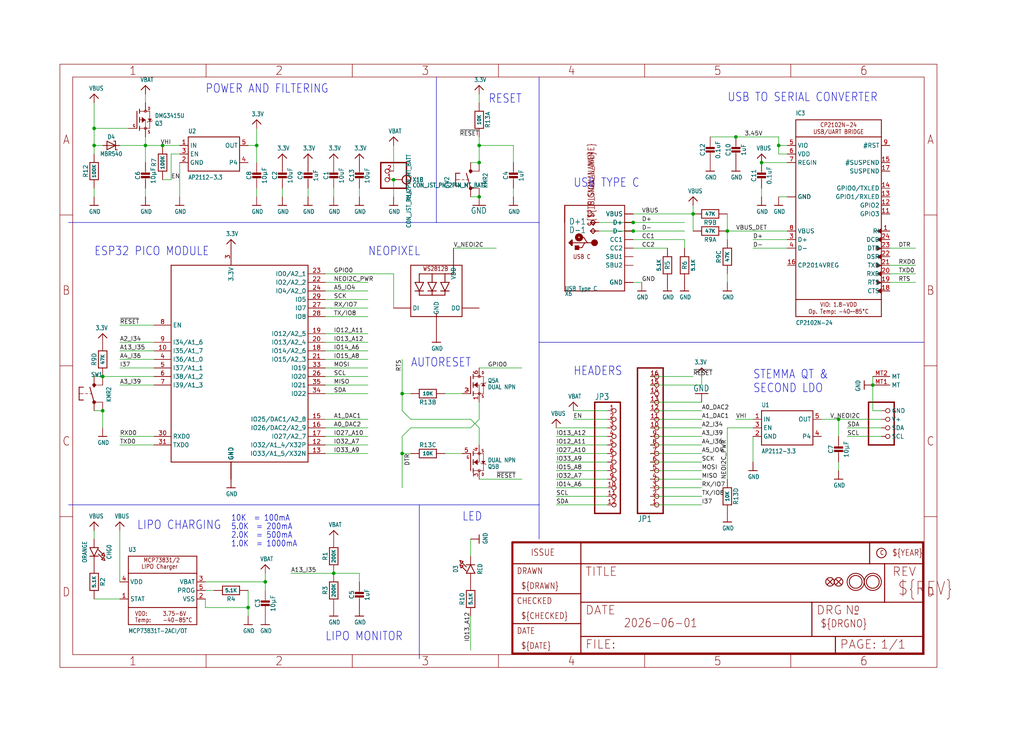
<source format=kicad_sch>
(kicad_sch (version 20230121) (generator eeschema)
  (paper "User" 303.962 217.322)
  (junction (at 142.24 48.26))
  (junction (at 48.26 43.18))
  (junction (at 27.94 43.18))
  (junction (at 30.48 121.92))
  (junction (at 248.92 124.46))
  (junction (at 30.48 111.76))
  (junction (at 142.24 58.42))
  (junction (at 205.74 63.5))
  (junction (at 187.96 66.04))
  (junction (at 99.06 170.18))
  (junction (at 119.38 116.84))
  (junction (at 76.2 43.18))
  (junction (at 187.96 68.58))
  (junction (at 116.84 53.34))
  (junction (at 119.38 134.62))
  (junction (at 231.14 43.18))
  (junction (at 259.08 114.3))
  (junction (at 73.66 180.34))
  (junction (at 43.18 43.18))
  (junction (at 78.74 172.72))
  (junction (at 226.06 48.26))
  (junction (at 142.24 43.18))
  (junction (at 215.9 68.58))
  (junction (at 27.94 38.1))
  (junction (at 218.44 40.64))
  (wire (pts (xy 99.06 58.42) (xy 99.06 55.88)) (stroke (width 0.1524)))
  (wire (pts (xy 187.96 73.66) (xy 198.12 73.66)) (stroke (width 0.1524)))
  (wire (pts (xy 116.84 58.42) (xy 116.84 53.34)) (stroke (width 0.1524)))
  (wire (pts (xy 142.24 27.94) (xy 142.24 30.48)) (stroke (width 0.1524)))
  (wire (pts (xy 45.72 129.54) (xy 35.56 129.54)) (stroke (width 0.1524)))
  (wire (pts (xy 142.24 119.38) (xy 142.24 124.46)) (stroke (width 0.1524)))
  (wire (pts (xy 223.52 129.54) (xy 223.52 137.16)) (stroke (width 0.1524)))
  (wire (pts (xy 261.62 124.46) (xy 248.92 124.46)) (stroke (width 0.1524)))
  (wire (pts (xy 142.24 40.64) (xy 142.24 43.18)) (stroke (width 0.1524)))
  (wire (pts (xy 83.82 55.88) (xy 83.82 58.42)) (stroke (width 0.1524)))
  (wire (pts (xy 35.56 114.3) (xy 45.72 114.3)) (stroke (width 0.1524)))
  (wire (pts (xy 165.1 149.86) (xy 180.34 149.86)) (stroke (width 0.1524)))
  (wire (pts (xy 27.94 177.8) (xy 35.56 177.8)) (stroke (width 0.1524)))
  (wire (pts (xy 259.08 114.3) (xy 259.08 111.76)) (stroke (width 0.1524)))
  (wire (pts (xy 96.52 104.14) (xy 109.22 104.14)) (stroke (width 0.1524)))
  (wire (pts (xy 96.52 129.54) (xy 109.22 129.54)) (stroke (width 0.1524)))
  (wire (pts (xy 27.94 157.48) (xy 27.94 160.02)) (stroke (width 0.1524)))
  (wire (pts (xy 119.38 134.62) (xy 121.92 134.62)) (stroke (width 0.1524)))
  (wire (pts (xy 43.18 43.18) (xy 43.18 48.26)) (stroke (width 0.1524)))
  (wire (pts (xy 119.38 121.92) (xy 119.38 116.84)) (stroke (width 0.1524)))
  (wire (pts (xy 142.24 109.22) (xy 154.94 109.22)) (stroke (width 0.1524)))
  (wire (pts (xy 96.52 83.82) (xy 109.22 83.82)) (stroke (width 0.1524)))
  (wire (pts (xy 109.22 93.98) (xy 96.52 93.98)) (stroke (width 0.1524)))
  (wire (pts (xy 203.2 71.12) (xy 203.2 73.66)) (stroke (width 0.1524)))
  (wire (pts (xy 271.78 83.82) (xy 264.16 83.82)) (stroke (width 0.1524)))
  (wire (pts (xy 271.78 81.28) (xy 264.16 81.28)) (stroke (width 0.1524)))
  (wire (pts (xy 30.48 43.18) (xy 27.94 43.18)) (stroke (width 0.1524)))
  (wire (pts (xy 45.72 106.68) (xy 35.56 106.68)) (stroke (width 0.1524)))
  (wire (pts (xy 165.1 142.24) (xy 180.34 142.24)) (stroke (width 0.1524)))
  (wire (pts (xy 96.52 127) (xy 109.22 127)) (stroke (width 0.1524)))
  (polyline (pts (xy 160.02 66.04) (xy 160.02 22.86)) (stroke (width 0.1524) (type solid)))
  (wire (pts (xy 193.04 127) (xy 208.28 127)) (stroke (width 0.1524)))
  (wire (pts (xy 152.4 58.42) (xy 152.4 55.88)) (stroke (width 0.1524)))
  (wire (pts (xy 193.04 119.38) (xy 208.28 119.38)) (stroke (width 0.1524)))
  (wire (pts (xy 78.74 172.72) (xy 78.74 170.18)) (stroke (width 0.1524)))
  (wire (pts (xy 215.9 83.82) (xy 215.9 81.28)) (stroke (width 0.1524)))
  (wire (pts (xy 193.04 134.62) (xy 208.28 134.62)) (stroke (width 0.1524)))
  (wire (pts (xy 203.2 66.04) (xy 187.96 66.04)) (stroke (width 0.1524)))
  (wire (pts (xy 152.4 48.26) (xy 152.4 43.18)) (stroke (width 0.1524)))
  (wire (pts (xy 96.52 114.3) (xy 109.22 114.3)) (stroke (width 0.1524)))
  (wire (pts (xy 106.68 170.18) (xy 106.68 172.72)) (stroke (width 0.1524)))
  (wire (pts (xy 30.48 111.76) (xy 27.94 111.76)) (stroke (width 0.1524)))
  (wire (pts (xy 96.52 101.6) (xy 109.22 101.6)) (stroke (width 0.1524)))
  (wire (pts (xy 233.68 58.42) (xy 231.14 58.42)) (stroke (width 0.1524)))
  (wire (pts (xy 190.5 83.82) (xy 187.96 83.82)) (stroke (width 0.1524)))
  (wire (pts (xy 208.28 114.3) (xy 193.04 114.3)) (stroke (width 0.1524)))
  (wire (pts (xy 142.24 127) (xy 139.7 124.46)) (stroke (width 0.1524)))
  (wire (pts (xy 35.56 132.08) (xy 45.72 132.08)) (stroke (width 0.1524)))
  (wire (pts (xy 96.52 124.46) (xy 109.22 124.46)) (stroke (width 0.1524)))
  (wire (pts (xy 76.2 55.88) (xy 76.2 58.42)) (stroke (width 0.1524)))
  (wire (pts (xy 121.92 124.46) (xy 119.38 121.92)) (stroke (width 0.1524)))
  (wire (pts (xy 223.52 124.46) (xy 218.44 124.46)) (stroke (width 0.1524)))
  (polyline (pts (xy 124.46 149.86) (xy 124.46 195.58)) (stroke (width 0.1524) (type solid)))
  (wire (pts (xy 215.9 68.58) (xy 215.9 71.12)) (stroke (width 0.1524)))
  (wire (pts (xy 99.06 170.18) (xy 86.36 170.18)) (stroke (width 0.1524)))
  (wire (pts (xy 170.18 121.92) (xy 180.34 121.92)) (stroke (width 0.1524)))
  (polyline (pts (xy 160.02 66.04) (xy 129.54 66.04)) (stroke (width 0.1524) (type solid)))
  (wire (pts (xy 121.92 127) (xy 119.38 129.54)) (stroke (width 0.1524)))
  (polyline (pts (xy 160.02 101.6) (xy 160.02 66.04)) (stroke (width 0.1524) (type solid)))
  (wire (pts (xy 264.16 78.74) (xy 271.78 78.74)) (stroke (width 0.1524)))
  (wire (pts (xy 142.24 43.18) (xy 142.24 48.26)) (stroke (width 0.1524)))
  (wire (pts (xy 259.08 121.92) (xy 259.08 114.3)) (stroke (width 0.1524)))
  (wire (pts (xy 142.24 48.26) (xy 139.7 48.26)) (stroke (width 0.1524)))
  (wire (pts (xy 27.94 58.42) (xy 27.94 55.88)) (stroke (width 0.1524)))
  (wire (pts (xy 73.66 43.18) (xy 76.2 43.18)) (stroke (width 0.1524)))
  (wire (pts (xy 165.1 139.7) (xy 180.34 139.7)) (stroke (width 0.1524)))
  (wire (pts (xy 60.96 177.8) (xy 60.96 180.34)) (stroke (width 0.1524)))
  (wire (pts (xy 231.14 40.64) (xy 231.14 43.18)) (stroke (width 0.1524)))
  (wire (pts (xy 223.52 73.66) (xy 233.68 73.66)) (stroke (width 0.1524)))
  (polyline (pts (xy 160.02 160.02) (xy 160.02 149.86)) (stroke (width 0.1524) (type solid)))
  (wire (pts (xy 142.24 124.46) (xy 139.7 127)) (stroke (width 0.1524)))
  (wire (pts (xy 45.72 109.22) (xy 35.56 109.22)) (stroke (width 0.1524)))
  (wire (pts (xy 48.26 53.34) (xy 50.8 53.34)) (stroke (width 0.1524)))
  (wire (pts (xy 35.56 104.14) (xy 45.72 104.14)) (stroke (width 0.1524)))
  (wire (pts (xy 27.94 121.92) (xy 30.48 121.92)) (stroke (width 0.1524)))
  (wire (pts (xy 187.96 66.04) (xy 177.8 66.04)) (stroke (width 0.1524)))
  (wire (pts (xy 243.84 124.46) (xy 248.92 124.46)) (stroke (width 0.1524)))
  (wire (pts (xy 53.34 43.18) (xy 48.26 43.18)) (stroke (width 0.1524)))
  (wire (pts (xy 180.34 147.32) (xy 165.1 147.32)) (stroke (width 0.1524)))
  (wire (pts (xy 142.24 132.08) (xy 142.24 127)) (stroke (width 0.1524)))
  (wire (pts (xy 208.28 147.32) (xy 193.04 147.32)) (stroke (width 0.1524)))
  (wire (pts (xy 35.56 172.72) (xy 35.56 157.48)) (stroke (width 0.1524)))
  (wire (pts (xy 43.18 55.88) (xy 43.18 58.42)) (stroke (width 0.1524)))
  (wire (pts (xy 205.74 63.5) (xy 187.96 63.5)) (stroke (width 0.1524)))
  (wire (pts (xy 96.52 99.06) (xy 109.22 99.06)) (stroke (width 0.1524)))
  (wire (pts (xy 53.34 48.26) (xy 53.34 58.42)) (stroke (width 0.1524)))
  (wire (pts (xy 218.44 40.64) (xy 231.14 40.64)) (stroke (width 0.1524)))
  (wire (pts (xy 96.52 91.44) (xy 109.22 91.44)) (stroke (width 0.1524)))
  (wire (pts (xy 96.52 106.68) (xy 109.22 106.68)) (stroke (width 0.1524)))
  (wire (pts (xy 96.52 88.9) (xy 109.22 88.9)) (stroke (width 0.1524)))
  (wire (pts (xy 180.34 144.78) (xy 165.1 144.78)) (stroke (width 0.1524)))
  (wire (pts (xy 170.18 124.46) (xy 180.34 124.46)) (stroke (width 0.1524)))
  (wire (pts (xy 43.18 27.94) (xy 43.18 30.48)) (stroke (width 0.1524)))
  (wire (pts (xy 193.04 121.92) (xy 208.28 121.92)) (stroke (width 0.1524)))
  (wire (pts (xy 203.2 68.58) (xy 187.96 68.58)) (stroke (width 0.1524)))
  (wire (pts (xy 50.8 45.72) (xy 53.34 45.72)) (stroke (width 0.1524)))
  (polyline (pts (xy 160.02 149.86) (xy 124.46 149.86)) (stroke (width 0.1524) (type solid)))
  (wire (pts (xy 60.96 175.26) (xy 63.5 175.26)) (stroke (width 0.1524)))
  (wire (pts (xy 137.16 134.62) (xy 132.08 134.62)) (stroke (width 0.1524)))
  (wire (pts (xy 208.28 111.76) (xy 208.28 114.3)) (stroke (width 0.1524)))
  (wire (pts (xy 132.08 116.84) (xy 137.16 116.84)) (stroke (width 0.1524)))
  (wire (pts (xy 45.72 96.52) (xy 35.56 96.52)) (stroke (width 0.1524)))
  (wire (pts (xy 223.52 71.12) (xy 233.68 71.12)) (stroke (width 0.1524)))
  (wire (pts (xy 233.68 48.26) (xy 226.06 48.26)) (stroke (width 0.1524)))
  (wire (pts (xy 215.9 127) (xy 215.9 142.24)) (stroke (width 0.1524)))
  (wire (pts (xy 193.04 137.16) (xy 208.28 137.16)) (stroke (width 0.1524)))
  (wire (pts (xy 35.56 101.6) (xy 45.72 101.6)) (stroke (width 0.1524)))
  (polyline (pts (xy 160.02 149.86) (xy 160.02 101.6)) (stroke (width 0.1524) (type solid)))
  (wire (pts (xy 116.84 91.44) (xy 116.84 81.28)) (stroke (width 0.1524)))
  (wire (pts (xy 259.08 121.92) (xy 261.62 121.92)) (stroke (width 0.1524)))
  (wire (pts (xy 223.52 127) (xy 215.9 127)) (stroke (width 0.1524)))
  (wire (pts (xy 119.38 129.54) (xy 119.38 134.62)) (stroke (width 0.1524)))
  (wire (pts (xy 139.7 124.46) (xy 121.92 124.46)) (stroke (width 0.1524)))
  (wire (pts (xy 261.62 127) (xy 251.46 127)) (stroke (width 0.1524)))
  (wire (pts (xy 218.44 40.64) (xy 210.82 40.64)) (stroke (width 0.1524)))
  (wire (pts (xy 248.92 129.54) (xy 248.92 124.46)) (stroke (width 0.1524)))
  (polyline (pts (xy 129.54 66.04) (xy 129.54 22.86)) (stroke (width 0.1524) (type solid)))
  (wire (pts (xy 180.34 134.62) (xy 165.1 134.62)) (stroke (width 0.1524)))
  (wire (pts (xy 193.04 132.08) (xy 208.28 132.08)) (stroke (width 0.1524)))
  (wire (pts (xy 96.52 116.84) (xy 109.22 116.84)) (stroke (width 0.1524)))
  (wire (pts (xy 231.14 43.18) (xy 231.14 45.72)) (stroke (width 0.1524)))
  (polyline (pts (xy 274.32 101.6) (xy 160.02 101.6)) (stroke (width 0.1524) (type solid)))
  (wire (pts (xy 142.24 43.18) (xy 152.4 43.18)) (stroke (width 0.1524)))
  (wire (pts (xy 45.72 111.76) (xy 30.48 111.76)) (stroke (width 0.1524)))
  (wire (pts (xy 116.84 43.18) (xy 116.84 50.8)) (stroke (width 0.1524)))
  (wire (pts (xy 91.44 58.42) (xy 91.44 55.88)) (stroke (width 0.1524)))
  (wire (pts (xy 76.2 48.26) (xy 76.2 43.18)) (stroke (width 0.1524)))
  (wire (pts (xy 27.94 38.1) (xy 27.94 30.48)) (stroke (width 0.1524)))
  (wire (pts (xy 205.74 63.5) (xy 205.74 60.96)) (stroke (width 0.1524)))
  (wire (pts (xy 43.18 40.64) (xy 43.18 43.18)) (stroke (width 0.1524)))
  (wire (pts (xy 96.52 134.62) (xy 109.22 134.62)) (stroke (width 0.1524)))
  (wire (pts (xy 226.06 55.88) (xy 226.06 58.42)) (stroke (width 0.1524)))
  (wire (pts (xy 30.48 121.92) (xy 30.48 127)) (stroke (width 0.1524)))
  (wire (pts (xy 38.1 38.1) (xy 27.94 38.1)) (stroke (width 0.1524)))
  (polyline (pts (xy 124.46 149.86) (xy 20.32 149.86)) (stroke (width 0.1524) (type solid)))
  (wire (pts (xy 73.66 180.34) (xy 73.66 182.88)) (stroke (width 0.1524)))
  (wire (pts (xy 193.04 111.76) (xy 205.74 111.76)) (stroke (width 0.1524)))
  (wire (pts (xy 60.96 172.72) (xy 78.74 172.72)) (stroke (width 0.1524)))
  (wire (pts (xy 109.22 109.22) (xy 96.52 109.22)) (stroke (width 0.1524)))
  (wire (pts (xy 233.68 68.58) (xy 215.9 68.58)) (stroke (width 0.1524)))
  (wire (pts (xy 48.26 43.18) (xy 43.18 43.18)) (stroke (width 0.1524)))
  (wire (pts (xy 35.56 43.18) (xy 43.18 43.18)) (stroke (width 0.1524)))
  (wire (pts (xy 208.28 142.24) (xy 193.04 142.24)) (stroke (width 0.1524)))
  (wire (pts (xy 154.94 142.24) (xy 142.24 142.24)) (stroke (width 0.1524)))
  (wire (pts (xy 50.8 53.34) (xy 50.8 45.72)) (stroke (width 0.1524)))
  (wire (pts (xy 119.38 134.62) (xy 119.38 144.78)) (stroke (width 0.1524)))
  (wire (pts (xy 73.66 175.26) (xy 73.66 180.34)) (stroke (width 0.1524)))
  (wire (pts (xy 96.52 86.36) (xy 109.22 86.36)) (stroke (width 0.1524)))
  (wire (pts (xy 27.94 45.72) (xy 27.94 43.18)) (stroke (width 0.1524)))
  (wire (pts (xy 139.7 127) (xy 121.92 127)) (stroke (width 0.1524)))
  (wire (pts (xy 78.74 175.26) (xy 78.74 172.72)) (stroke (width 0.1524)))
  (wire (pts (xy 193.04 124.46) (xy 208.28 124.46)) (stroke (width 0.1524)))
  (wire (pts (xy 180.34 127) (xy 165.1 127)) (stroke (width 0.1524)))
  (polyline (pts (xy 20.32 66.04) (xy 129.54 66.04)) (stroke (width 0.1524) (type solid)))
  (wire (pts (xy 139.7 182.88) (xy 139.7 193.04)) (stroke (width 0.1524)))
  (wire (pts (xy 99.06 170.18) (xy 106.68 170.18)) (stroke (width 0.1524)))
  (wire (pts (xy 119.38 106.68) (xy 119.38 116.84)) (stroke (width 0.1524)))
  (wire (pts (xy 187.96 71.12) (xy 203.2 71.12)) (stroke (width 0.1524)))
  (wire (pts (xy 205.74 63.5) (xy 205.74 68.58)) (stroke (width 0.1524)))
  (wire (pts (xy 251.46 129.54) (xy 261.62 129.54)) (stroke (width 0.1524)))
  (wire (pts (xy 139.7 58.42) (xy 142.24 58.42)) (stroke (width 0.1524)))
  (wire (pts (xy 76.2 43.18) (xy 76.2 38.1)) (stroke (width 0.1524)))
  (wire (pts (xy 215.9 63.5) (xy 215.9 68.58)) (stroke (width 0.1524)))
  (wire (pts (xy 264.16 73.66) (xy 271.78 73.66)) (stroke (width 0.1524)))
  (wire (pts (xy 106.68 58.42) (xy 106.68 55.88)) (stroke (width 0.1524)))
  (wire (pts (xy 193.04 149.86) (xy 208.28 149.86)) (stroke (width 0.1524)))
  (wire (pts (xy 233.68 45.72) (xy 231.14 45.72)) (stroke (width 0.1524)))
  (wire (pts (xy 96.52 111.76) (xy 109.22 111.76)) (stroke (width 0.1524)))
  (wire (pts (xy 248.92 137.16) (xy 248.92 139.7)) (stroke (width 0.1524)))
  (wire (pts (xy 134.62 73.66) (xy 147.32 73.66)) (stroke (width 0.1524)))
  (wire (pts (xy 60.96 180.34) (xy 73.66 180.34)) (stroke (width 0.1524)))
  (wire (pts (xy 96.52 132.08) (xy 109.22 132.08)) (stroke (width 0.1524)))
  (wire (pts (xy 119.38 116.84) (xy 121.92 116.84)) (stroke (width 0.1524)))
  (wire (pts (xy 27.94 43.18) (xy 27.94 38.1)) (stroke (width 0.1524)))
  (wire (pts (xy 180.34 129.54) (xy 165.1 129.54)) (stroke (width 0.1524)))
  (wire (pts (xy 96.52 81.28) (xy 116.84 81.28)) (stroke (width 0.1524)))
  (wire (pts (xy 187.96 68.58) (xy 177.8 68.58)) (stroke (width 0.1524)))
  (wire (pts (xy 233.68 43.18) (xy 231.14 43.18)) (stroke (width 0.1524)))
  (wire (pts (xy 165.1 137.16) (xy 180.34 137.16)) (stroke (width 0.1524)))
  (wire (pts (xy 193.04 139.7) (xy 208.28 139.7)) (stroke (width 0.1524)))
  (wire (pts (xy 165.1 132.08) (xy 180.34 132.08)) (stroke (width 0.1524)))
  (wire (pts (xy 208.28 129.54) (xy 193.04 129.54)) (stroke (width 0.1524)))
  (wire (pts (xy 193.04 144.78) (xy 208.28 144.78)) (stroke (width 0.1524)))
  (wire (pts (xy 139.7 165.1) (xy 139.7 160.02)) (stroke (width 0.1524)))
  (text "LIPO CHARGING" (at 40.64 157.48 0) (effects (font (size 2.54 2.159)) (justify left bottom)))
  (text "HEADERS" (at 170.18 111.76 0) (effects (font (size 2.54 2.159)) (justify left bottom)))
  (text "RESET" (at 154.94 27.94 0) (effects (font (size 2.54 2.159)) (justify right top)))
  (text "ESP32 PICO MODULE" (at 27.94 76.2 0) (effects (font (size 2.54 2.159)) (justify left bottom)))
  (text "2.0K  = 500mA" (at 68.58 160.02 0) (effects (font (size 1.778 1.5113)) (justify left bottom)))
  (text "USB TO SERIAL CONVERTER" (at 215.9 30.48 0) (effects (font (size 2.54 2.159)) (justify left bottom)))
  (text "AUTORESET" (at 121.92 109.22 0) (effects (font (size 2.54 2.159)) (justify left bottom)))
  (text "LED" (at 137.16 154.94 0) (effects (font (size 2.54 2.159)) (justify left bottom)))
  (text "10K  = 100mA" (at 68.58 154.94 0) (effects (font (size 1.778 1.5113)) (justify left bottom)))
  (text "LIPO MONITOR" (at 96.52 190.5 0) (effects (font (size 2.54 2.159)) (justify left bottom)))
  (text "NEOPIXEL" (at 109.22 76.2 0) (effects (font (size 2.54 2.159)) (justify left bottom)))
  (text "1.0K  = 1000mA" (at 68.58 162.56 0) (effects (font (size 1.778 1.5113)) (justify left bottom)))
  (text "STEMMA QT &\nSECOND LDO" (at 223.52 116.84 0) (effects (font (size 2.54 2.159)) (justify left bottom)))
  (text "POWER AND FILTERING" (at 60.96 27.94 0) (effects (font (size 2.54 2.159)) (justify left bottom)))
  (text "USB TYPE C" (at 170.18 55.88 0) (effects (font (size 2.54 2.159)) (justify left bottom)))
  (text "5.0K  = 200mA" (at 68.58 157.48 0) (effects (font (size 1.778 1.5113)) (justify left bottom)))
  (label "~{RESET}" (at 35.56 96.52 0) (effects (font (size 1.2446 1.2446))))
  (label "~{RESET}" (at 147.32 142.24 0) (effects (font (size 1.2446 1.2446))))
  (label "A5_IO4" (at 99.06 86.36 0) (effects (font (size 1.2446 1.2446))))
  (label "IO13_A12" (at 99.06 101.6 0) (effects (font (size 1.2446 1.2446))))
  (label "V_NEOI2C" (at 246.38 124.46 0) (effects (font (size 1.2446 1.2446))))
  (label "IO14_A6" (at 99.06 104.14 0) (effects (font (size 1.2446 1.2446))))
  (label "GPIO0" (at 144.78 109.22 0) (effects (font (size 1.2446 1.2446))))
  (label "A1_DAC1" (at 99.06 124.46 0) (effects (font (size 1.2446 1.2446))))
  (label "SCL" (at 99.06 111.76 0) (effects (font (size 1.2446 1.2446))))
  (label "IO33_A9" (at 99.06 134.62 0) (effects (font (size 1.2446 1.2446))))
  (label "SCL" (at 251.46 129.54 0) (effects (font (size 1.2446 1.2446))))
  (label "SCK" (at 99.06 88.9 0) (effects (font (size 1.2446 1.2446))))
  (label "GND" (at 190.5 83.82 0) (effects (font (size 1.2446 1.2446))))
  (label "TXD0" (at 35.56 132.08 0) (effects (font (size 1.2446 1.2446))))
  (label "SCK" (at 208.28 137.16 0) (effects (font (size 1.2446 1.2446))))
  (label "RTS" (at 266.7 83.82 0) (effects (font (size 1.2446 1.2446))))
  (label "MISO" (at 208.28 142.24 0) (effects (font (size 1.2446 1.2446))))
  (label "IO32_A7" (at 165.1 142.24 0) (effects (font (size 1.2446 1.2446))))
  (label "EN" (at 170.18 124.46 0) (effects (font (size 1.2446 1.2446))))
  (label "A13_I35" (at 86.36 170.18 0) (effects (font (size 1.2446 1.2446))))
  (label "RX/IO7" (at 208.28 144.78 0) (effects (font (size 1.2446 1.2446))))
  (label "VBUS_DET" (at 218.44 68.58 0) (effects (font (size 1.2446 1.2446))))
  (label "A2_I34" (at 208.28 127 0) (effects (font (size 1.2446 1.2446))))
  (label "IO12_A11" (at 99.06 99.06 0) (effects (font (size 1.2446 1.2446))))
  (label "EN" (at 50.8 53.34 0) (effects (font (size 1.2446 1.2446))))
  (label "3.45V" (at 220.98 40.64 0) (effects (font (size 1.2446 1.2446))))
  (label "IO14_A6" (at 165.1 144.78 0) (effects (font (size 1.2446 1.2446))))
  (label "RX/IO7" (at 99.06 91.44 0) (effects (font (size 1.2446 1.2446))))
  (label "SCL" (at 165.1 147.32 0) (effects (font (size 1.2446 1.2446))))
  (label "A13_I35" (at 35.56 104.14 0) (effects (font (size 1.2446 1.2446))))
  (label "IO13_A12" (at 165.1 129.54 0) (effects (font (size 1.2446 1.2446))))
  (label "NEOI2C_PWR" (at 99.06 83.82 0) (effects (font (size 1.2446 1.2446))))
  (label "IO27_A10" (at 165.1 134.62 0) (effects (font (size 1.2446 1.2446))))
  (label "MOSI" (at 208.28 139.7 0) (effects (font (size 1.2446 1.2446))))
  (label "GPIO0" (at 99.06 81.28 0) (effects (font (size 1.2446 1.2446))))
  (label "V_NEOI2C" (at 134.62 73.66 0) (effects (font (size 1.2446 1.2446))))
  (label "I37" (at 208.28 149.86 0) (effects (font (size 1.2446 1.2446))))
  (label "A0_DAC2" (at 99.06 127 0) (effects (font (size 1.2446 1.2446))))
  (label "SDA" (at 99.06 116.84 0) (effects (font (size 1.2446 1.2446))))
  (label "DTR" (at 266.7 73.66 0) (effects (font (size 1.2446 1.2446))))
  (label "VHI" (at 218.44 124.46 0) (effects (font (size 1.2446 1.2446))))
  (label "TX/IO8" (at 99.06 93.98 0) (effects (font (size 1.2446 1.2446))))
  (label "RTS" (at 119.38 106.68 270) (effects (font (size 1.2446 1.2446))))
  (label "~{RESET}" (at 142.24 40.64 180) (effects (font (size 1.2446 1.2446))))
  (label "NEOI2C_PWR" (at 215.9 142.24 90) (effects (font (size 1.2446 1.2446))))
  (label "TXD0" (at 266.7 81.28 0) (effects (font (size 1.2446 1.2446))))
  (label "IO33_A9" (at 165.1 137.16 0) (effects (font (size 1.2446 1.2446))))
  (label "SDA" (at 251.46 127 0) (effects (font (size 1.2446 1.2446))))
  (label "A4_I36" (at 208.28 132.08 0) (effects (font (size 1.2446 1.2446))))
  (label "IO12_A11" (at 165.1 132.08 0) (effects (font (size 1.2446 1.2446))))
  (label "IO32_A7" (at 99.06 132.08 0) (effects (font (size 1.2446 1.2446))))
  (label "MISO" (at 99.06 114.3 0) (effects (font (size 1.2446 1.2446))))
  (label "RXD0" (at 35.56 129.54 0) (effects (font (size 1.2446 1.2446))))
  (label "VHI" (at 50.8 43.18 180) (effects (font (size 1.2446 1.2446))))
  (label "D+" (at 223.52 71.12 0) (effects (font (size 1.2446 1.2446))))
  (label "A2_I34" (at 35.56 101.6 0) (effects (font (size 1.2446 1.2446))))
  (label "DTR" (at 121.92 134.62 270) (effects (font (size 1.2446 1.2446))))
  (label "I37" (at 35.56 109.22 0) (effects (font (size 1.2446 1.2446))))
  (label "A0_DAC2" (at 208.28 121.92 0) (effects (font (size 1.2446 1.2446))))
  (label "IO27_A10" (at 99.06 129.54 0) (effects (font (size 1.2446 1.2446))))
  (label "D+" (at 190.5 66.04 0) (effects (font (size 1.2446 1.2446))))
  (label "A4_I36" (at 35.56 106.68 0) (effects (font (size 1.2446 1.2446))))
  (label "IO15_A8" (at 99.06 106.68 0) (effects (font (size 1.2446 1.2446))))
  (label "IO13_A12" (at 139.7 190.5 90) (effects (font (size 1.2446 1.2446))))
  (label "IO15_A8" (at 165.1 139.7 0) (effects (font (size 1.2446 1.2446))))
  (label "D-" (at 190.5 68.58 0) (effects (font (size 1.2446 1.2446))))
  (label "D-" (at 223.52 73.66 0) (effects (font (size 1.2446 1.2446))))
  (label "A3_I39" (at 35.56 114.3 0) (effects (font (size 1.2446 1.2446))))
  (label "MOSI" (at 99.06 109.22 0) (effects (font (size 1.2446 1.2446))))
  (label "TX/IO8" (at 208.28 147.32 0) (effects (font (size 1.2446 1.2446))))
  (label "VBUS" (at 190.5 63.5 0) (effects (font (size 1.2446 1.2446))))
  (label "A3_I39" (at 208.28 129.54 0) (effects (font (size 1.2446 1.2446))))
  (label "CC1" (at 190.5 71.12 0) (effects (font (size 1.2446 1.2446))))
  (label "A5_IO4" (at 208.28 134.62 0) (effects (font (size 1.2446 1.2446))))
  (label "~{RESET}" (at 205.74 111.76 0) (effects (font (size 1.2446 1.2446))))
  (label "RXD0" (at 266.7 78.74 0) (effects (font (size 1.2446 1.2446))))
  (label "CC2" (at 190.5 73.66 0) (effects (font (size 1.2446 1.2446))))
  (label "SDA" (at 165.1 149.86 0) (effects (font (size 1.2446 1.2446))))
  (label "A1_DAC1" (at 208.28 124.46 0) (effects (font (size 1.2446 1.2446))))
  (symbol (lib_id "working-eagle-import:VBUS") (at 27.94 27.94 0) (unit 1)
    (property "Reference" "#U$3" (effects hide))
    (property "Value" "VBUS" (at 26.416 26.924 0) (effects (font (size 1.27 1.0795)) (justify left bottom)))
  )
  (symbol (lib_id "working-eagle-import:HEADER-1X16ROUND") (at 195.58 132.08 0) (mirror x) (unit 1)
    (property "Reference" "JP1" (at 189.23 153.035 0) (effects (font (size 1.778 1.5113)) (justify left bottom)))
    (property "Value" "HEADER-1X16ROUND" (effects hide))
    (property "Footprint" "working:1X16_ROUND" (effects hide))
  )
  (symbol (lib_id "working-eagle-import:RESISTOR_0603_NOOUT") (at 27.94 172.72 270) (unit 1)
    (property "Reference" "R2" (at 30.48 172.72 0))
    (property "Value" "5.1K" (at 27.94 172.72 0) (effects (font (size 1.016 1.016) bold)))
    (property "Footprint" "working:0603-NO" (effects hide))
  )
  (symbol (lib_id "working-eagle-import:MOSFET-P") (at 43.18 35.56 0) (mirror x) (unit 1)
    (property "Reference" "Q3" (at 45.974 35.941 0) (effects (font (size 1.27 1.0795)) (justify left bottom)))
    (property "Value" "DMG3415U" (at 45.974 33.655 0) (effects (font (size 1.27 1.0795)) (justify left bottom)))
    (property "Footprint" "working:SOT23-R" (effects hide))
  )
  (symbol (lib_id "working-eagle-import:GND") (at 99.06 60.96 0) (unit 1)
    (property "Reference" "#U$4" (effects hide))
    (property "Value" "GND" (at 97.536 63.5 0) (effects (font (size 1.27 1.0795)) (justify left bottom)))
  )
  (symbol (lib_id "working-eagle-import:CON_JST_PH_2PIN_MT_BATT") (at 114.3 50.8 180) (unit 1)
    (property "Reference" "X1" (at 120.65 56.515 90) (effects (font (size 1.27 1.0795)) (justify left bottom)))
    (property "Value" "CON_JST_PH_2PIN_MT_BATT" (at 120.65 45.72 90) (effects (font (size 1.27 1.0795)) (justify left bottom)))
    (property "Footprint" "working:JSTPH2_BATT" (effects hide))
  )
  (symbol (lib_id "working-eagle-import:GND") (at 30.48 129.54 0) (unit 1)
    (property "Reference" "#U$23" (effects hide))
    (property "Value" "GND" (at 28.956 132.08 0) (effects (font (size 1.27 1.0795)) (justify left bottom)))
  )
  (symbol (lib_id "working-eagle-import:STEMMA_I2C_QTRA") (at 259.08 111.76 0) (unit 3)
    (property "Reference" "CONN1" (effects hide))
    (property "Value" "STEMMA_I2C_QTRA" (effects hide))
    (property "Footprint" "working:JST_SH4_RA" (effects hide))
  )
  (symbol (lib_id "working-eagle-import:GND") (at 106.68 182.88 0) (unit 1)
    (property "Reference" "#U$26" (effects hide))
    (property "Value" "GND" (at 105.156 185.42 0) (effects (font (size 1.27 1.0795)) (justify left bottom)))
  )
  (symbol (lib_id "working-eagle-import:WS2812B3535") (at 129.54 88.9 0) (unit 1)
    (property "Reference" "LED1" (effects hide))
    (property "Value" "WS2812B3535" (effects hide))
    (property "Footprint" "working:LED3535" (effects hide))
  )
  (symbol (lib_id "working-eagle-import:GND") (at 73.66 185.42 0) (unit 1)
    (property "Reference" "#U$36" (effects hide))
    (property "Value" "GND" (at 72.136 187.96 0) (effects (font (size 1.27 1.0795)) (justify left bottom)))
  )
  (symbol (lib_id "working-eagle-import:VBAT") (at 43.18 25.4 0) (unit 1)
    (property "Reference" "#U$21" (effects hide))
    (property "Value" "VBAT" (at 41.656 24.384 0) (effects (font (size 1.27 1.0795)) (justify left bottom)))
  )
  (symbol (lib_id "working-eagle-import:3.3V") (at 142.24 25.4 0) (unit 1)
    (property "Reference" "#U$5" (effects hide))
    (property "Value" "3.3V" (at 140.716 24.384 0) (effects (font (size 1.27 1.0795)) (justify left bottom)))
  )
  (symbol (lib_id "working-eagle-import:VBAT") (at 99.06 157.48 0) (unit 1)
    (property "Reference" "#U$40" (effects hide))
    (property "Value" "VBAT" (at 97.536 156.464 0) (effects (font (size 1.27 1.0795)) (justify left bottom)))
  )
  (symbol (lib_id "working-eagle-import:GND") (at 210.82 50.8 0) (unit 1)
    (property "Reference" "#U$59" (effects hide))
    (property "Value" "GND" (at 209.296 53.34 0) (effects (font (size 1.27 1.0795)) (justify left bottom)))
  )
  (symbol (lib_id "working-eagle-import:VBUS") (at 226.06 45.72 0) (unit 1)
    (property "Reference" "#U$53" (effects hide))
    (property "Value" "VBUS" (at 224.536 44.704 0) (effects (font (size 1.27 1.0795)) (justify left bottom)))
  )
  (symbol (lib_id "working-eagle-import:GND") (at 78.74 185.42 0) (unit 1)
    (property "Reference" "#U$33" (effects hide))
    (property "Value" "GND" (at 77.216 187.96 0) (effects (font (size 1.27 1.0795)) (justify left bottom)))
  )
  (symbol (lib_id "working-eagle-import:VBAT") (at 170.18 119.38 0) (unit 1)
    (property "Reference" "#U$20" (effects hide))
    (property "Value" "VBAT" (at 168.656 118.364 0) (effects (font (size 1.27 1.0795)) (justify left bottom)))
  )
  (symbol (lib_id "working-eagle-import:ESP32-PICO-MINI-02MINI") (at 68.58 114.3 0) (unit 1)
    (property "Reference" "X3" (effects hide))
    (property "Value" "ESP32-PICO-MINI-02MINI" (effects hide))
    (property "Footprint" "working:ESP32-PICO-MINI" (effects hide))
  )
  (symbol (lib_id "working-eagle-import:3.3V") (at 99.06 45.72 0) (unit 1)
    (property "Reference" "#U$2" (effects hide))
    (property "Value" "3.3V" (at 97.536 44.704 0) (effects (font (size 1.27 1.0795)) (justify left bottom)))
  )
  (symbol (lib_id "working-eagle-import:VBUS") (at 35.56 154.94 0) (unit 1)
    (property "Reference" "#U$57" (effects hide))
    (property "Value" "VBUS" (at 34.036 153.924 0) (effects (font (size 1.27 1.0795)) (justify left bottom)))
  )
  (symbol (lib_id "working-eagle-import:3.3V") (at 30.48 99.06 0) (mirror y) (unit 1)
    (property "Reference" "#U$51" (effects hide))
    (property "Value" "3.3V" (at 32.004 98.044 0) (effects (font (size 1.27 1.0795)) (justify left bottom)))
  )
  (symbol (lib_id "working-eagle-import:VBAT") (at 116.84 40.64 0) (unit 1)
    (property "Reference" "#U$16" (effects hide))
    (property "Value" "VBAT" (at 115.316 39.624 0) (effects (font (size 1.27 1.0795)) (justify left bottom)))
  )
  (symbol (lib_id "working-eagle-import:GND") (at 190.5 86.36 0) (unit 1)
    (property "Reference" "#U$50" (effects hide))
    (property "Value" "GND" (at 188.976 88.9 0) (effects (font (size 1.27 1.0795)) (justify left bottom)))
  )
  (symbol (lib_id "working-eagle-import:RESISTOR_0603_NOOUT") (at 139.7 177.8 90) (unit 1)
    (property "Reference" "R10" (at 137.16 177.8 0))
    (property "Value" "5.1K" (at 139.7 177.8 0) (effects (font (size 1.016 1.016) bold)))
    (property "Footprint" "working:0603-NO" (effects hide))
  )
  (symbol (lib_id "working-eagle-import:GND") (at 99.06 182.88 0) (unit 1)
    (property "Reference" "#U$41" (effects hide))
    (property "Value" "GND" (at 97.536 185.42 0) (effects (font (size 1.27 1.0795)) (justify left bottom)))
  )
  (symbol (lib_id "working-eagle-import:CAP_CERAMIC0805-NOOUTLINE") (at 76.2 53.34 0) (unit 1)
    (property "Reference" "C8" (at 73.91 52.09 90))
    (property "Value" "10µF" (at 78.5 52.09 90))
    (property "Footprint" "working:0805-NO" (effects hide))
    (property "REV" "F" (effects hide))
  )
  (symbol (lib_id "working-eagle-import:USB_C") (at 177.8 73.66 0) (unit 1)
    (property "Reference" "X6" (at 167.64 87.884 0) (effects (font (size 1.27 1.0795)) (justify left bottom)))
    (property "Value" "USB Type C" (at 167.64 86.36 0) (effects (font (size 1.27 1.0795)) (justify left bottom)))
    (property "Footprint" "working:USB_C_CUSB31-CFM2AX-01-X" (effects hide))
  )
  (symbol (lib_id "working-eagle-import:SWITCH_TACT_SMT4.6X2.8") (at 27.94 116.84 90) (unit 1)
    (property "Reference" "SW1" (at 30.48 110.49 90) (effects (font (size 1.27 1.0795)) (justify left bottom)))
    (property "Value" "KMR2" (at 33.02 119.38 0) (effects (font (size 1.27 1.0795)) (justify left bottom)))
    (property "Footprint" "working:BTN_KMR2_4.6X2.8" (effects hide))
  )
  (symbol (lib_id "working-eagle-import:LED0603_NOOUTLINE") (at 27.94 165.1 270) (unit 1)
    (property "Reference" "CHG0" (at 32.385 163.83 0) (effects (font (size 1.27 1.0795))))
    (property "Value" "ORANGE" (at 25.146 163.83 0) (effects (font (size 1.27 1.0795))))
    (property "Footprint" "working:CHIPLED_0603_NOOUTLINE" (effects hide))
  )
  (symbol (lib_id "working-eagle-import:STEMMA_I2C_QTRA") (at 259.08 114.3 0) (unit 2)
    (property "Reference" "CONN1" (effects hide))
    (property "Value" "STEMMA_I2C_QTRA" (effects hide))
    (property "Footprint" "working:JST_SH4_RA" (effects hide))
  )
  (symbol (lib_id "working-eagle-import:CON_JST_PH_2PIN_MT_BATT") (at 116.84 53.34 270) (unit 3)
    (property "Reference" "X1" (at 122.428 53.34 90) (effects (font (size 1.27 1.0795)) (justify left)))
    (property "Value" "CON_JST_PH_2PIN_MT_BATT" (at 122.428 54.991 90) (effects (font (size 1.27 1.0795)) (justify left)))
    (property "Footprint" "working:JSTPH2_BATT" (effects hide))
  )
  (symbol (lib_id "working-eagle-import:GND") (at 142.24 160.02 90) (unit 1)
    (property "Reference" "#U$8" (effects hide))
    (property "Value" "GND" (at 144.78 161.544 0) (effects (font (size 1.27 1.0795)) (justify left bottom)))
  )
  (symbol (lib_id "working-eagle-import:3.3V") (at 68.58 71.12 0) (unit 1)
    (property "Reference" "#U$44" (effects hide))
    (property "Value" "3.3V" (at 67.056 70.104 0) (effects (font (size 1.27 1.0795)) (justify left bottom)))
  )
  (symbol (lib_id "working-eagle-import:GND") (at 248.92 142.24 0) (unit 1)
    (property "Reference" "#U$1" (effects hide))
    (property "Value" "GND" (at 247.396 144.78 0) (effects (font (size 1.27 1.0795)) (justify left bottom)))
  )
  (symbol (lib_id "working-eagle-import:GND") (at 83.82 60.96 0) (unit 1)
    (property "Reference" "#U$17" (effects hide))
    (property "Value" "GND" (at 82.296 63.5 0) (effects (font (size 1.27 1.0795)) (justify left bottom)))
  )
  (symbol (lib_id "working-eagle-import:CAP_CERAMIC0805-NOOUTLINE") (at 83.82 53.34 0) (unit 1)
    (property "Reference" "C2" (at 81.53 52.09 90))
    (property "Value" "10uF" (at 86.12 52.09 90))
    (property "Footprint" "working:0805-NO" (effects hide))
  )
  (symbol (lib_id "working-eagle-import:GND") (at 116.84 60.96 0) (unit 1)
    (property "Reference" "#U$22" (effects hide))
    (property "Value" "GND" (at 115.316 63.5 0) (effects (font (size 1.27 1.0795)) (justify left bottom)))
  )
  (symbol (lib_id "working-eagle-import:GND") (at 106.68 60.96 0) (unit 1)
    (property "Reference" "#U$56" (effects hide))
    (property "Value" "GND" (at 105.156 63.5 0) (effects (font (size 1.27 1.0795)) (justify left bottom)))
  )
  (symbol (lib_id "working-eagle-import:3.3V") (at 208.28 109.22 0) (mirror y) (unit 1)
    (property "Reference" "#U$6" (effects hide))
    (property "Value" "3.3V" (at 209.804 108.204 0) (effects (font (size 1.27 1.0795)) (justify left bottom)))
  )
  (symbol (lib_id "working-eagle-import:CAP_CERAMIC0805-NOOUTLINE") (at 78.74 180.34 0) (unit 1)
    (property "Reference" "C3" (at 76.45 179.09 90))
    (property "Value" "10µF" (at 81.04 179.09 90))
    (property "Footprint" "working:0805-NO" (effects hide))
  )
  (symbol (lib_id "working-eagle-import:RESISTOR_0603_NOOUT") (at 99.06 175.26 90) (unit 1)
    (property "Reference" "R3" (at 96.52 175.26 0))
    (property "Value" "200K" (at 99.06 175.26 0) (effects (font (size 1.016 1.016) bold)))
    (property "Footprint" "working:0603-NO" (effects hide))
  )
  (symbol (lib_id "working-eagle-import:RESISTOR_4PACK") (at 127 134.62 0) (unit 3)
    (property "Reference" "R13" (at 127 132.08 0))
    (property "Value" "10K" (at 127 134.62 0) (effects (font (size 1.016 1.016) bold)))
    (property "Footprint" "working:RESPACK_4X0603" (effects hide))
  )
  (symbol (lib_id "working-eagle-import:GND") (at 203.2 86.36 0) (unit 1)
    (property "Reference" "#U$49" (effects hide))
    (property "Value" "GND" (at 201.676 88.9 0) (effects (font (size 1.27 1.0795)) (justify left bottom)))
  )
  (symbol (lib_id "working-eagle-import:GND") (at 53.34 60.96 0) (unit 1)
    (property "Reference" "#U$30" (effects hide))
    (property "Value" "GND" (at 51.816 63.5 0) (effects (font (size 1.27 1.0795)) (justify left bottom)))
  )
  (symbol (lib_id "working-eagle-import:GND") (at 231.14 60.96 0) (unit 1)
    (property "Reference" "#U$11" (effects hide))
    (property "Value" "GND" (at 229.616 63.5 0) (effects (font (size 1.27 1.0795)) (justify left bottom)))
  )
  (symbol (lib_id "working-eagle-import:CAP_CERAMIC0805-NOOUTLINE") (at 99.06 53.34 0) (unit 1)
    (property "Reference" "C1" (at 96.77 52.09 90))
    (property "Value" "10uF" (at 101.36 52.09 90))
    (property "Footprint" "working:0805-NO" (effects hide))
  )
  (symbol (lib_id "working-eagle-import:CAP_CERAMIC0603_NO") (at 106.68 177.8 0) (unit 1)
    (property "Reference" "C5" (at 104.39 176.55 90))
    (property "Value" "1uF" (at 108.98 176.55 90))
    (property "Footprint" "working:0603-NO" (effects hide))
  )
  (symbol (lib_id "working-eagle-import:GND") (at 218.44 50.8 0) (unit 1)
    (property "Reference" "#U$54" (effects hide))
    (property "Value" "GND" (at 216.916 53.34 0) (effects (font (size 1.27 1.0795)) (justify left bottom)))
  )
  (symbol (lib_id "working-eagle-import:LED0603_NOOUTLINE") (at 139.7 167.64 90) (unit 1)
    (property "Reference" "D3" (at 135.255 168.91 0) (effects (font (size 1.27 1.0795))))
    (property "Value" "RED" (at 142.494 168.91 0) (effects (font (size 1.27 1.0795))))
    (property "Footprint" "working:CHIPLED_0603_NOOUTLINE" (effects hide))
  )
  (symbol (lib_id "working-eagle-import:VBAT") (at 78.74 167.64 0) (unit 1)
    (property "Reference" "#U$39" (effects hide))
    (property "Value" "VBAT" (at 77.216 166.624 0) (effects (font (size 1.27 1.0795)) (justify left bottom)))
  )
  (symbol (lib_id "working-eagle-import:GND") (at 68.58 144.78 0) (unit 1)
    (property "Reference" "#U$45" (effects hide))
    (property "Value" "GND" (at 67.056 147.32 0) (effects (font (size 1.27 1.0795)) (justify left bottom)))
  )
  (symbol (lib_id "working-eagle-import:RESISTOR_4PACK") (at 142.24 35.56 270) (unit 1)
    (property "Reference" "R13" (at 144.78 35.56 0))
    (property "Value" "10K" (at 142.24 35.56 0) (effects (font (size 1.016 1.016) bold)))
    (property "Footprint" "working:RESPACK_4X0603" (effects hide))
  )
  (symbol (lib_id "working-eagle-import:CAP_CERAMIC0805-NOOUTLINE") (at 106.68 53.34 0) (unit 1)
    (property "Reference" "C13" (at 104.39 52.09 90))
    (property "Value" "10uF" (at 108.98 52.09 90))
    (property "Footprint" "working:0805-NO" (effects hide))
  )
  (symbol (lib_id "working-eagle-import:RESISTOR_0603_NOOUT") (at 198.12 78.74 90) (unit 1)
    (property "Reference" "R5" (at 198.12 78.74 0))
    (property "Value" "5.1K" (at 195.58 78.74 0) (effects (font (size 1.016 1.016) bold)))
    (property "Footprint" "working:0603-NO" (effects hide))
  )
  (symbol (lib_id "working-eagle-import:GND") (at 215.9 154.94 0) (unit 1)
    (property "Reference" "#U$18" (effects hide))
    (property "Value" "GND" (at 214.376 157.48 0) (effects (font (size 1.27 1.0795)) (justify left bottom)))
  )
  (symbol (lib_id "working-eagle-import:CAP_CERAMIC0603_NO") (at 152.4 53.34 0) (unit 1)
    (property "Reference" "C4" (at 150.11 52.09 90))
    (property "Value" "1uF" (at 154.7 52.09 90))
    (property "Footprint" "working:0603-NO" (effects hide))
  )
  (symbol (lib_id "working-eagle-import:RESISTOR_0603_NOOUT") (at 48.26 48.26 90) (unit 1)
    (property "Reference" "R7" (at 45.72 48.26 0))
    (property "Value" "100K" (at 48.26 48.26 0) (effects (font (size 1.016 1.016) bold)))
    (property "Footprint" "working:0603-NO" (effects hide))
  )
  (symbol (lib_id "working-eagle-import:VBUS") (at 165.1 124.46 0) (unit 1)
    (property "Reference" "#U$19" (effects hide))
    (property "Value" "VBUS" (at 163.576 123.444 0) (effects (font (size 1.27 1.0795)) (justify left bottom)))
  )
  (symbol (lib_id "working-eagle-import:GND") (at 256.54 114.3 270) (unit 1)
    (property "Reference" "#U$46" (effects hide))
    (property "Value" "GND" (at 254 112.776 0) (effects (font (size 1.27 1.0795)) (justify left bottom)))
  )
  (symbol (lib_id "working-eagle-import:MOUNTINGHOLE2.5") (at 259.08 172.72 0) (unit 1)
    (property "Reference" "U$32" (effects hide))
    (property "Value" "MOUNTINGHOLE2.5" (effects hide))
    (property "Footprint" "working:MOUNTINGHOLE_2.5_PLATED" (effects hide))
  )
  (symbol (lib_id "working-eagle-import:FRAME_A4") (at 17.78 198.12 0) (unit 1)
    (property "Reference" "#FRAME1" (effects hide))
    (property "Value" "FRAME_A4" (effects hide))
  )
  (symbol (lib_id "working-eagle-import:RESISTOR_4PACK") (at 127 116.84 180) (unit 2)
    (property "Reference" "R13" (at 127 119.38 0))
    (property "Value" "10K" (at 127 116.84 0) (effects (font (size 1.016 1.016) bold)))
    (property "Footprint" "working:RESPACK_4X0603" (effects hide))
  )
  (symbol (lib_id "working-eagle-import:GND") (at 226.06 60.96 0) (unit 1)
    (property "Reference" "#U$58" (effects hide))
    (property "Value" "GND" (at 224.536 63.5 0) (effects (font (size 1.27 1.0795)) (justify left bottom)))
  )
  (symbol (lib_id "working-eagle-import:MCP73831/2") (at 48.26 175.26 0) (unit 1)
    (property "Reference" "U3" (at 38.1 163.83 0) (effects (font (size 1.27 1.0795)) (justify left bottom)))
    (property "Value" "MCP73831T-2ACI/OT" (at 38.1 187.96 0) (effects (font (size 1.27 1.0795)) (justify left bottom)))
    (property "Footprint" "working:SOT23-5" (effects hide))
  )
  (symbol (lib_id "working-eagle-import:FRAME_A4") (at 152.4 195.58 0) (unit 2)
    (property "Reference" "#FRAME1" (effects hide))
    (property "Value" "FRAME_A4" (effects hide))
  )
  (symbol (lib_id "working-eagle-import:GND") (at 91.44 60.96 0) (unit 1)
    (property "Reference" "#U$47" (effects hide))
    (property "Value" "GND" (at 89.916 63.5 0) (effects (font (size 1.27 1.0795)) (justify left bottom)))
  )
  (symbol (lib_id "working-eagle-import:VBUS") (at 205.74 58.42 0) (unit 1)
    (property "Reference" "#U$61" (effects hide))
    (property "Value" "VBUS" (at 204.216 57.404 0) (effects (font (size 1.27 1.0795)) (justify left bottom)))
  )
  (symbol (lib_id "working-eagle-import:CP2102N-24") (at 248.92 63.5 0) (unit 1)
    (property "Reference" "IC3" (at 236.22 34.29 0) (effects (font (size 1.27 1.0795)) (justify left bottom)))
    (property "Value" "CP2102N-24" (at 236.22 96.52 0) (effects (font (size 1.27 1.0795)) (justify left bottom)))
    (property "Footprint" "working:QFN24_4MM_SMSC" (effects hide))
  )
  (symbol (lib_id "working-eagle-import:RESISTOR_4PACK") (at 210.82 68.58 180) (unit 1)
    (property "Reference" "R9" (at 210.82 71.12 0))
    (property "Value" "47K" (at 210.82 68.58 0) (effects (font (size 1.016 1.016) bold)))
    (property "Footprint" "working:RESPACK_4X0603" (effects hide))
  )
  (symbol (lib_id "working-eagle-import:3.3V") (at 106.68 45.72 0) (unit 1)
    (property "Reference" "#U$52" (effects hide))
    (property "Value" "3.3V" (at 105.156 44.704 0) (effects (font (size 1.27 1.0795)) (justify left bottom)))
  )
  (symbol (lib_id "working-eagle-import:TPB1,27") (at 175.26 68.58 90) (unit 1)
    (property "Reference" "D-1" (at 173.99 67.31 90) (effects (font (size 1.778 1.5113)) (justify left bottom)))
    (property "Value" "TPB1,27" (effects hide))
    (property "Footprint" "working:B1,27" (effects hide))
  )
  (symbol (lib_id "working-eagle-import:GND") (at 76.2 60.96 0) (unit 1)
    (property "Reference" "#U$29" (effects hide))
    (property "Value" "GND" (at 74.676 63.5 0) (effects (font (size 1.27 1.0795)) (justify left bottom)))
  )
  (symbol (lib_id "working-eagle-import:VREG_SOT23-5") (at 233.68 127 0) (unit 1)
    (property "Reference" "U1" (at 226.06 120.904 0) (effects (font (size 1.27 1.0795)) (justify left bottom)))
    (property "Value" "AP2112-3.3" (at 226.06 134.62 0) (effects (font (size 1.27 1.0795)) (justify left bottom)))
    (property "Footprint" "working:SOT23-5" (effects hide))
  )
  (symbol (lib_id "working-eagle-import:RESISTOR_0603_NOOUT") (at 203.2 78.74 90) (unit 1)
    (property "Reference" "R6" (at 203.2 78.74 0))
    (property "Value" "5.1K" (at 205.74 78.74 0) (effects (font (size 1.016 1.016) bold)))
    (property "Footprint" "working:0603-NO" (effects hide))
  )
  (symbol (lib_id "working-eagle-import:FIDUCIAL_1MM") (at 248.92 172.72 0) (unit 1)
    (property "Reference" "U$34" (effects hide))
    (property "Value" "FIDUCIAL_1MM" (effects hide))
    (property "Footprint" "working:FIDUCIAL_1MM" (effects hide))
  )
  (symbol (lib_id "working-eagle-import:MOSFET-N_DUAL") (at 139.7 114.3 0) (unit 1)
    (property "Reference" "Q5" (at 144.78 113.665 0) (effects (font (size 1.27 1.0795)) (justify left bottom)))
    (property "Value" "DUAL NPN" (at 144.78 115.57 0) (effects (font (size 1.27 1.0795)) (justify left bottom)))
    (property "Footprint" "working:SOT363" (effects hide))
  )
  (symbol (lib_id "working-eagle-import:supply1_GND") (at 142.24 60.96 0) (unit 1)
    (property "Reference" "#GND6" (effects hide))
    (property "Value" "GND" (at 139.7 63.5 0) (effects (font (size 1.778 1.5113)) (justify left bottom)))
  )
  (symbol (lib_id "working-eagle-import:SWITCH_TACT_SMT4.6X2.8") (at 139.7 53.34 90) (unit 1)
    (property "Reference" "SW2" (at 133.35 55.88 0) (effects (font (size 1.27 1.0795)) (justify left bottom)))
    (property "Value" "KMR2" (at 144.78 55.88 0) (effects (font (size 1.27 1.0795)) (justify left bottom)))
    (property "Footprint" "working:BTN_KMR2_4.6X2.8" (effects hide))
  )
  (symbol (lib_id "working-eagle-import:RESISTOR_0603_NOOUT") (at 68.58 175.26 180) (unit 1)
    (property "Reference" "R4" (at 68.58 177.8 0))
    (property "Value" "5.1K" (at 68.58 175.26 0) (effects (font (size 1.016 1.016) bold)))
    (property "Footprint" "working:0603-NO" (effects hide))
  )
  (symbol (lib_id "working-eagle-import:RESISTOR_4PACK") (at 215.9 76.2 90) (unit 3)
    (property "Reference" "R9" (at 213.36 76.2 0))
    (property "Value" "47K" (at 215.9 76.2 0) (effects (font (size 1.016 1.016) bold)))
    (property "Footprint" "working:RESPACK_4X0603" (effects hide))
  )
  (symbol (lib_id "working-eagle-import:CON_JST_PH_2PIN_MT_BATT") (at 116.84 53.34 270) (unit 2)
    (property "Reference" "X1" (at 122.428 53.34 90) (effects (font (size 1.27 1.0795)) (justify left)))
    (property "Value" "CON_JST_PH_2PIN_MT_BATT" (at 122.428 54.991 90) (effects (font (size 1.27 1.0795)) (justify left)))
    (property "Footprint" "working:JSTPH2_BATT" (effects hide))
  )
  (symbol (lib_id "working-eagle-import:RESISTOR_0603_NOOUT") (at 27.94 50.8 90) (unit 1)
    (property "Reference" "R12" (at 25.4 50.8 0))
    (property "Value" "100K" (at 27.94 50.8 0) (effects (font (size 1.016 1.016) bold)))
    (property "Footprint" "working:0603-NO" (effects hide))
  )
  (symbol (lib_id "working-eagle-import:RESISTOR_4PACK") (at 210.82 63.5 180) (unit 2)
    (property "Reference" "R9" (at 210.82 66.04 0))
    (property "Value" "47K" (at 210.82 63.5 0) (effects (font (size 1.016 1.016) bold)))
    (property "Footprint" "working:RESPACK_4X0603" (effects hide))
  )
  (symbol (lib_id "working-eagle-import:CAP_CERAMIC0603_NO") (at 226.06 53.34 0) (unit 1)
    (property "Reference" "C11" (at 223.77 52.09 90))
    (property "Value" "0.1uF" (at 228.36 52.09 90))
    (property "Footprint" "working:0603-NO" (effects hide))
  )
  (symbol (lib_id "working-eagle-import:GND") (at 215.9 86.36 0) (unit 1)
    (property "Reference" "#U$60" (effects hide))
    (property "Value" "GND" (at 214.376 88.9 0) (effects (font (size 1.27 1.0795)) (justify left bottom)))
  )
  (symbol (lib_id "working-eagle-import:HEADER-1X12") (at 182.88 137.16 0) (unit 1)
    (property "Reference" "JP3" (at 176.53 118.745 0) (effects (font (size 1.778 1.5113)) (justify left bottom)))
    (property "Value" "HEADER-1X12" (effects hide))
    (property "Footprint" "working:1X12_ROUND" (effects hide))
  )
  (symbol (lib_id "working-eagle-import:MOSFET-N_DUAL") (at 139.7 137.16 0) (mirror x) (unit 2)
    (property "Reference" "Q5" (at 144.78 137.795 0) (effects (font (size 1.27 1.0795)) (justify left bottom)))
    (property "Value" "DUAL NPN" (at 144.78 135.89 0) (effects (font (size 1.27 1.0795)) (justify left bottom)))
    (property "Footprint" "working:SOT363" (effects hide))
  )
  (symbol (lib_id "working-eagle-import:GND") (at 129.54 101.6 0) (unit 1)
    (property "Reference" "#U$37" (effects hide))
    (property "Value" "GND" (at 128.016 104.14 0) (effects (font (size 1.27 1.0795)) (justify left bottom)))
  )
  (symbol (lib_id "working-eagle-import:RESISTOR_4PACK") (at 215.9 147.32 270) (unit 4)
    (property "Reference" "R13" (at 218.44 147.32 0))
    (property "Value" "10K" (at 215.9 147.32 0) (effects (font (size 1.016 1.016) bold)))
    (property "Footprint" "working:RESPACK_4X0603" (effects hide))
  )
  (symbol (lib_id "working-eagle-import:GND") (at 198.12 86.36 0) (unit 1)
    (property "Reference" "#U$48" (effects hide))
    (property "Value" "GND" (at 196.596 88.9 0) (effects (font (size 1.27 1.0795)) (justify left bottom)))
  )
  (symbol (lib_id "working-eagle-import:GND") (at 152.4 60.96 0) (unit 1)
    (property "Reference" "#U$42" (effects hide))
    (property "Value" "GND" (at 150.876 63.5 0) (effects (font (size 1.27 1.0795)) (justify left bottom)))
  )
  (symbol (lib_id "working-eagle-import:MOUNTINGHOLE2.5") (at 254 172.72 0) (unit 1)
    (property "Reference" "U$31" (effects hide))
    (property "Value" "MOUNTINGHOLE2.5" (effects hide))
    (property "Footprint" "working:MOUNTINGHOLE_2.5_PLATED" (effects hide))
  )
  (symbol (lib_id "working-eagle-import:3.3V") (at 91.44 45.72 0) (unit 1)
    (property "Reference" "#U$28" (effects hide))
    (property "Value" "3.3V" (at 89.916 44.704 0) (effects (font (size 1.27 1.0795)) (justify left bottom)))
  )
  (symbol (lib_id "working-eagle-import:3.3V") (at 83.82 45.72 0) (unit 1)
    (property "Reference" "#U$24" (effects hide))
    (property "Value" "3.3V" (at 82.296 44.704 0) (effects (font (size 1.27 1.0795)) (justify left bottom)))
  )
  (symbol (lib_id "working-eagle-import:RESISTOR_0603_NOOUT") (at 99.06 165.1 90) (unit 1)
    (property "Reference" "R1" (at 96.52 165.1 0))
    (property "Value" "200K" (at 99.06 165.1 0) (effects (font (size 1.016 1.016) bold)))
    (property "Footprint" "working:0603-NO" (effects hide))
  )
  (symbol (lib_id "working-eagle-import:FIDUCIAL_1MM") (at 246.38 172.72 0) (unit 1)
    (property "Reference" "U$35" (effects hide))
    (property "Value" "FIDUCIAL_1MM" (effects hide))
    (property "Footprint" "working:FIDUCIAL_1MM" (effects hide))
  )
  (symbol (lib_id "working-eagle-import:VBUS") (at 27.94 154.94 0) (unit 1)
    (property "Reference" "#U$38" (effects hide))
    (property "Value" "VBUS" (at 26.416 153.924 0) (effects (font (size 1.27 1.0795)) (justify left bottom)))
  )
  (symbol (lib_id "working-eagle-import:CAP_CERAMIC0603_NO") (at 91.44 53.34 0) (unit 1)
    (property "Reference" "C9" (at 89.15 52.09 90))
    (property "Value" "1uF" (at 93.74 52.09 90))
    (property "Footprint" "working:0603-NO" (effects hide))
  )
  (symbol (lib_id "working-eagle-import:GND") (at 27.94 60.96 0) (unit 1)
    (property "Reference" "#U$25" (effects hide))
    (property "Value" "GND" (at 26.416 63.5 0) (effects (font (size 1.27 1.0795)) (justify left bottom)))
  )
  (symbol (lib_id "working-eagle-import:STEMMA_I2C_QTRA") (at 261.62 127 0) (unit 1)
    (property "Reference" "CONN1" (effects hide))
    (property "Value" "STEMMA_I2C_QTRA" (effects hide))
    (property "Footprint" "working:JST_SH4_RA" (effects hide))
  )
  (symbol (lib_id "working-eagle-import:3.3V") (at 76.2 35.56 0) (unit 1)
    (property "Reference" "#U$10" (effects hide))
    (property "Value" "3.3V" (at 74.676 34.544 0) (effects (font (size 1.27 1.0795)) (justify left bottom)))
  )
  (symbol (lib_id "working-eagle-import:CAP_CERAMIC0805-NOOUTLINE") (at 248.92 134.62 0) (unit 1)
    (property "Reference" "C7" (at 246.63 133.37 90))
    (property "Value" "10µF" (at 251.22 133.37 90))
    (property "Footprint" "working:0805-NO" (effects hide))
  )
  (symbol (lib_id "working-eagle-import:GND") (at 43.18 60.96 0) (unit 1)
    (property "Reference" "#U$27" (effects hide))
    (property "Value" "GND" (at 41.656 63.5 0) (effects (font (size 1.27 1.0795)) (justify left bottom)))
  )
  (symbol (lib_id "working-eagle-import:CAP_CERAMIC0603_NO") (at 218.44 45.72 0) (unit 1)
    (property "Reference" "C10" (at 216.15 44.47 90))
    (property "Value" "1uF" (at 220.74 44.47 90))
    (property "Footprint" "working:0603-NO" (effects hide))
  )
  (symbol (lib_id "working-eagle-import:VREG_SOT23-5") (at 63.5 45.72 0) (unit 1)
    (property "Reference" "U2" (at 55.88 39.624 0) (effects (font (size 1.27 1.0795)) (justify left bottom)))
    (property "Value" "AP2112-3.3" (at 55.88 53.34 0) (effects (font (size 1.27 1.0795)) (justify left bottom)))
    (property "Footprint" "working:SOT23-5" (effects hide))
  )
  (symbol (lib_id "working-eagle-import:TPB1,27") (at 175.26 66.04 90) (unit 1)
    (property "Reference" "D+1" (at 173.99 64.77 90) (effects (font (size 1.778 1.5113)) (justify left bottom)))
    (property "Value" "TPB1,27" (effects hide))
    (property "Footprint" "working:B1,27" (effects hide))
  )
  (symbol (lib_id "working-eagle-import:supply1_GND") (at 208.28 116.84 0) (mirror x) (unit 1)
    (property "Reference" "#GND4" (effects hide))
    (property "Value" "GND" (at 205.74 114.3 0) (effects (font (size 1.778 1.5113)) (justify left bottom)))
  )
  (symbol (lib_id "working-eagle-import:CAP_CERAMIC0603_NO") (at 210.82 45.72 0) (unit 1)
    (property "Reference" "C12" (at 208.53 44.47 90))
    (property "Value" "0.1uF" (at 213.12 44.47 90))
    (property "Footprint" "working:0603-NO" (effects hide))
  )
  (symbol (lib_id "working-eagle-import:GND") (at 223.52 139.7 0) (unit 1)
    (property "Reference" "#U$12" (effects hide))
    (property "Value" "GND" (at 221.996 142.24 0) (effects (font (size 1.27 1.0795)) (justify left bottom)))
  )
  (symbol (lib_id "working-eagle-import:CAP_CERAMIC0805-NOOUTLINE") (at 43.18 53.34 0) (unit 1)
    (property "Reference" "C6" (at 40.89 52.09 90))
    (property "Value" "10µF" (at 45.48 52.09 90))
    (property "Footprint" "working:0805-NO" (effects hide))
  )
  (symbol (lib_id "working-eagle-import:DIODE-SCHOTTKYSOD-123") (at 33.02 43.18 0) (unit 1)
    (property "Reference" "D4" (at 33.02 40.64 0) (effects (font (size 1.27 1.0795))))
    (property "Value" "MBR540" (at 33.02 45.68 0) (effects (font (size 1.27 1.0795))))
    (property "Footprint" "working:SOD-123" (effects hide))
  )
  (symbol (lib_id "working-eagle-import:RESISTOR_4PACK") (at 30.48 106.68 90) (unit 4)
    (property "Reference" "R9" (at 27.94 106.68 0))
    (property "Value" "47K" (at 30.48 106.68 0) (effects (font (size 1.016 1.016) bold)))
    (property "Footprint" "working:RESPACK_4X0603" (effects hide))
  )
)
</source>
